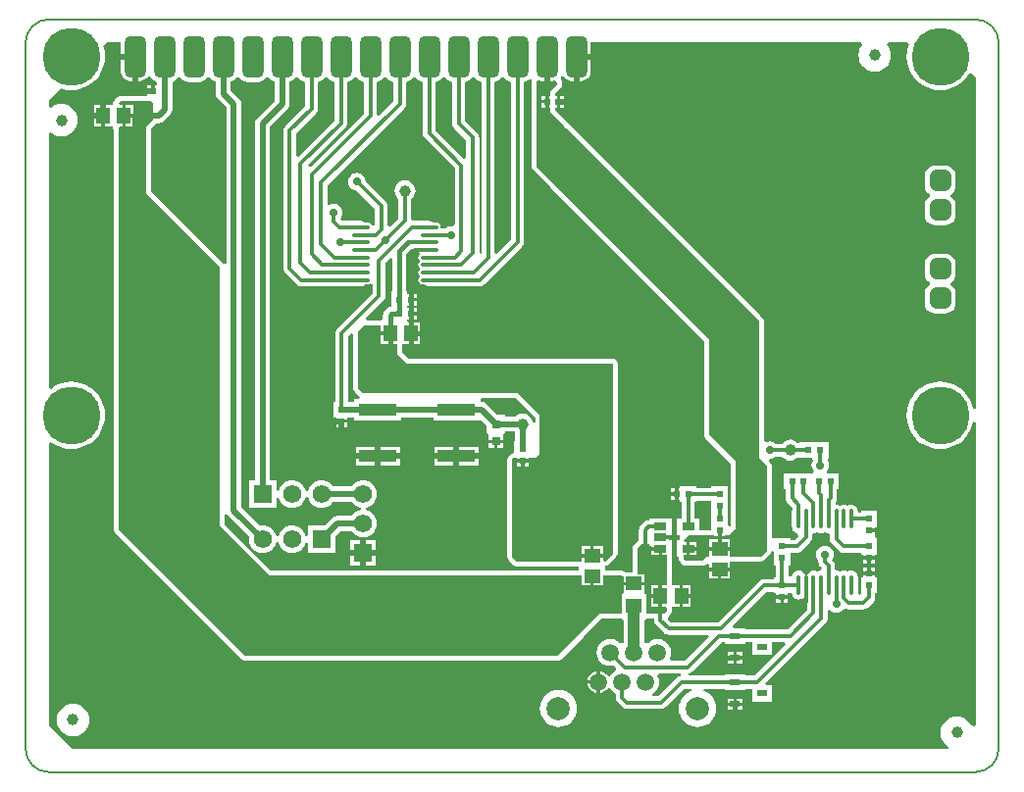
<source format=gbl>
G04 Layer_Physical_Order=2*
G04 Layer_Color=16711680*
%FSAX44Y44*%
%MOMM*%
G71*
G01*
G75*
%ADD10C,0.2000*%
%ADD11R,1.5750X1.5750*%
%ADD12C,1.5750*%
%ADD13R,1.5750X1.5750*%
%ADD14C,5.0000*%
G04:AMPARAMS|DCode=15|XSize=1.8mm|YSize=3.6mm|CornerRadius=0.45mm|HoleSize=0mm|Usage=FLASHONLY|Rotation=0.000|XOffset=0mm|YOffset=0mm|HoleType=Round|Shape=RoundedRectangle|*
%AMROUNDEDRECTD15*
21,1,1.8000,2.7000,0,0,0.0*
21,1,0.9000,3.6000,0,0,0.0*
1,1,0.9000,0.4500,-1.3500*
1,1,0.9000,-0.4500,-1.3500*
1,1,0.9000,-0.4500,1.3500*
1,1,0.9000,0.4500,1.3500*
%
%ADD15ROUNDEDRECTD15*%
G04:AMPARAMS|DCode=16|XSize=1.8mm|YSize=1.8mm|CornerRadius=0.45mm|HoleSize=0mm|Usage=FLASHONLY|Rotation=0.000|XOffset=0mm|YOffset=0mm|HoleType=Round|Shape=RoundedRectangle|*
%AMROUNDEDRECTD16*
21,1,1.8000,0.9000,0,0,0.0*
21,1,0.9000,1.8000,0,0,0.0*
1,1,0.9000,0.4500,-0.4500*
1,1,0.9000,-0.4500,-0.4500*
1,1,0.9000,-0.4500,0.4500*
1,1,0.9000,0.4500,0.4500*
%
%ADD16ROUNDEDRECTD16*%
%ADD17C,6.0000*%
%ADD18C,2.0000*%
%ADD19C,1.5000*%
%ADD20C,0.7000*%
%ADD21R,1.3500X1.2000*%
%ADD22C,1.0000*%
%ADD23R,0.6000X0.6000*%
%ADD24R,0.6000X0.6000*%
%ADD25O,0.3500X1.7000*%
%ADD26R,0.9000X0.6000*%
%ADD27R,3.2000X1.0000*%
%ADD28R,0.8000X0.8000*%
%ADD29R,1.2000X1.4000*%
%ADD30O,1.5000X0.4000*%
%ADD31R,1.1000X0.6500*%
%ADD32R,1.4500X1.2500*%
%ADD33R,1.4000X1.2000*%
%ADD34C,0.5000*%
%ADD35C,0.4000*%
%ADD36C,0.3000*%
%ADD37C,1.0000*%
G36*
X00413174Y00599693D02*
X00414138Y00598438D01*
X00415913Y00597075D01*
X00417981Y00596219D01*
X00419153Y00596065D01*
Y00459998D01*
X00406695Y00447541D01*
X00404847Y00448306D01*
Y00596065D01*
X00406019Y00596219D01*
X00408087Y00597075D01*
X00409862Y00598438D01*
X00410826Y00599693D01*
X00411463Y00599863D01*
X00412537D01*
X00413174Y00599693D01*
D02*
G37*
G36*
X00387774D02*
X00388738Y00598438D01*
X00390513Y00597075D01*
X00392581Y00596219D01*
X00393753Y00596065D01*
Y00448024D01*
X00393498Y00447882D01*
X00391548Y00449082D01*
Y00548000D01*
X00391358Y00549436D01*
X00391129Y00549990D01*
X00390804Y00550774D01*
X00389923Y00551923D01*
X00379448Y00562398D01*
Y00596065D01*
X00380619Y00596219D01*
X00382687Y00597075D01*
X00384462Y00598438D01*
X00385426Y00599693D01*
X00386063Y00599863D01*
X00387137D01*
X00387774Y00599693D01*
D02*
G37*
G36*
X00656260Y00110105D02*
X00629202Y00083047D01*
X00621000D01*
Y00084500D01*
X00604000D01*
Y00083047D01*
X00572351D01*
X00572220Y00085047D01*
X00572936Y00085142D01*
X00574274Y00085696D01*
X00575423Y00086577D01*
X00600798Y00111953D01*
X00604000D01*
Y00110500D01*
X00621000D01*
Y00111953D01*
X00627000D01*
Y00101000D01*
X00644000D01*
Y00111953D01*
X00655494D01*
X00656260Y00110105D01*
D02*
G37*
G36*
X00437260Y00597756D02*
X00437232Y00597714D01*
X00437158Y00597341D01*
X00437009Y00596992D01*
X00437004Y00596568D01*
X00436922Y00596153D01*
Y00523000D01*
X00437232Y00521439D01*
X00438116Y00520116D01*
X00438116Y00520116D01*
X00453116Y00505116D01*
X00453116Y00505116D01*
X00585922Y00372311D01*
Y00302000D01*
Y00291250D01*
X00585922Y00291250D01*
X00586232Y00289689D01*
X00587116Y00288366D01*
X00587116Y00288366D01*
X00608116Y00267366D01*
X00608116Y00267366D01*
X00608922Y00266561D01*
Y00214000D01*
Y00212720D01*
X00607775Y00211802D01*
X00606000Y00212860D01*
Y00223000D01*
Y00233000D01*
Y00247000D01*
X00592000D01*
Y00245547D01*
X00579000D01*
Y00247000D01*
X00565000D01*
Y00245000D01*
X00563500D01*
Y00240000D01*
Y00235000D01*
X00565000D01*
Y00233000D01*
X00566453D01*
Y00219250D01*
X00562500D01*
Y00204750D01*
X00564459D01*
X00565023Y00203315D01*
X00565055Y00202750D01*
X00564967Y00202669D01*
X00564757Y00202222D01*
X00564482Y00201811D01*
X00564422Y00201508D01*
X00564291Y00201229D01*
X00564268Y00200735D01*
X00564172Y00200250D01*
X00562500D01*
Y00185750D01*
X00563761D01*
X00563797Y00185481D01*
Y00184954D01*
X00563900Y00184436D01*
X00564000Y00184336D01*
Y00183689D01*
X00564310Y00182129D01*
X00565194Y00180806D01*
X00566769Y00179231D01*
X00568092Y00178347D01*
X00569652Y00178037D01*
X00573947D01*
X00584365Y00178037D01*
X00584365D01*
X00584365D01*
X00585926Y00178347D01*
X00587249Y00179231D01*
X00587249Y00179231D01*
X00588000Y00179982D01*
X00590000Y00179154D01*
Y00176500D01*
X00608000D01*
Y00181922D01*
X00635000D01*
X00635000Y00181922D01*
X00636561Y00182232D01*
X00637884Y00183116D01*
X00642884Y00188116D01*
X00643768Y00189439D01*
X00644000Y00190606D01*
X00646000Y00190409D01*
Y00178000D01*
X00647453D01*
Y00168250D01*
X00646000D01*
Y00166797D01*
X00637671D01*
X00636235Y00166608D01*
X00634897Y00166054D01*
X00633748Y00165173D01*
X00598123Y00129547D01*
X00557298D01*
X00554933Y00131912D01*
X00554838Y00132067D01*
X00554971Y00134703D01*
X00556521Y00136254D01*
X00556745Y00136588D01*
X00557029Y00136872D01*
X00557239Y00137186D01*
X00557393Y00137557D01*
X00557406Y00137577D01*
X00557410Y00137600D01*
X00557676Y00138243D01*
X00557690Y00138262D01*
X00557694Y00138285D01*
X00557848Y00138656D01*
X00557922Y00139027D01*
X00557922Y00139429D01*
X00558000Y00139823D01*
Y00141000D01*
Y00141000D01*
Y00141000D01*
X00558000D01*
X00558000Y00143000D01*
X00564500D01*
Y00152000D01*
Y00161000D01*
X00559837D01*
X00559833D01*
X00559806D01*
X00558078Y00161000D01*
X00558078Y00162574D01*
D01*
Y00187750D01*
X00557768Y00189311D01*
X00557500Y00189712D01*
Y00200250D01*
X00555500D01*
Y00201000D01*
X00548000D01*
Y00204000D01*
X00555500D01*
Y00204750D01*
X00557500D01*
Y00219250D01*
X00538500D01*
Y00217547D01*
X00538000D01*
X00536564Y00217358D01*
X00535226Y00216804D01*
X00534077Y00215923D01*
X00531077Y00212923D01*
X00530196Y00211774D01*
X00529642Y00210436D01*
X00529453Y00209000D01*
Y00200109D01*
X00529116Y00199884D01*
X00529116Y00199884D01*
X00525116Y00195884D01*
X00524232Y00194561D01*
X00523922Y00193000D01*
X00523922Y00193000D01*
Y00172749D01*
X00517648D01*
X00517647Y00172749D01*
X00517171Y00173067D01*
X00517171Y00173067D01*
X00517171Y00173067D01*
X00516115Y00173505D01*
X00516095Y00173518D01*
X00516072Y00173522D01*
X00515701Y00173676D01*
X00515330Y00173750D01*
X00514928Y00173750D01*
X00514534Y00173828D01*
X00500250D01*
Y00178004D01*
X00501811Y00178314D01*
X00503134Y00179198D01*
X00503134Y00179198D01*
X00509884Y00185948D01*
X00510768Y00187271D01*
X00511078Y00188832D01*
X00511078Y00188832D01*
X00511078Y00353000D01*
X00510768Y00354561D01*
X00509884Y00355884D01*
X00508561Y00356768D01*
X00507000Y00357078D01*
X00330689Y00357078D01*
X00325078Y00362689D01*
Y00370000D01*
X00331000D01*
Y00379000D01*
Y00388054D01*
X00329500Y00389000D01*
Y00391000D01*
X00331000D01*
Y00396000D01*
Y00401000D01*
X00329500D01*
Y00403000D01*
X00331000D01*
Y00408000D01*
Y00413000D01*
X00329500D01*
Y00415000D01*
X00328552D01*
Y00447243D01*
X00333261Y00451953D01*
X00338140D01*
X00338922Y00451000D01*
X00339232Y00449439D01*
X00340116Y00448116D01*
Y00447384D01*
X00339232Y00446061D01*
X00338922Y00444500D01*
X00339232Y00442939D01*
X00340116Y00441616D01*
Y00440884D01*
X00339232Y00439561D01*
X00338922Y00438000D01*
X00339232Y00436439D01*
X00340116Y00435116D01*
Y00434384D01*
X00339232Y00433061D01*
X00338922Y00431500D01*
X00339232Y00429939D01*
X00340116Y00428616D01*
Y00427884D01*
X00339232Y00426561D01*
X00338922Y00425000D01*
X00339232Y00423439D01*
X00340116Y00422116D01*
X00341439Y00421232D01*
X00343000Y00420922D01*
X00344780D01*
X00345726Y00420196D01*
X00347064Y00419642D01*
X00348500Y00419453D01*
X00392000D01*
X00393436Y00419642D01*
X00394774Y00420196D01*
X00395923Y00421077D01*
X00428623Y00453777D01*
X00429504Y00454926D01*
X00430058Y00456264D01*
X00430247Y00457700D01*
Y00596065D01*
X00431419Y00596219D01*
X00433487Y00597075D01*
X00435262Y00598438D01*
X00435634Y00598922D01*
X00437260Y00597756D01*
D02*
G37*
G36*
X00286174Y00599693D02*
X00287138Y00598438D01*
X00288913Y00597075D01*
X00290981Y00596219D01*
X00292153Y00596065D01*
Y00568998D01*
X00245988Y00522833D01*
X00243818Y00523492D01*
X00243738Y00523893D01*
X00276223Y00556377D01*
X00277104Y00557526D01*
X00277658Y00558864D01*
X00277847Y00560300D01*
Y00596065D01*
X00279019Y00596219D01*
X00281087Y00597075D01*
X00282862Y00598438D01*
X00283826Y00599693D01*
X00284463Y00599863D01*
X00285537D01*
X00286174Y00599693D01*
D02*
G37*
G36*
X00362374D02*
X00363338Y00598438D01*
X00365113Y00597075D01*
X00367181Y00596219D01*
X00368353Y00596065D01*
Y00560100D01*
X00368542Y00558664D01*
X00369096Y00557326D01*
X00369977Y00556177D01*
X00380453Y00545702D01*
Y00530221D01*
X00378453Y00529393D01*
X00354048Y00553798D01*
Y00596065D01*
X00355219Y00596219D01*
X00357287Y00597075D01*
X00359062Y00598438D01*
X00360026Y00599693D01*
X00360663Y00599863D01*
X00361737D01*
X00362374Y00599693D01*
D02*
G37*
G36*
X00336974D02*
X00337938Y00598438D01*
X00339713Y00597075D01*
X00341781Y00596219D01*
X00342953Y00596065D01*
Y00551500D01*
X00343142Y00550064D01*
X00343696Y00548726D01*
X00344577Y00547577D01*
X00370453Y00521702D01*
Y00472578D01*
X00368453Y00471373D01*
X00367000Y00471565D01*
X00365042Y00471307D01*
X00363218Y00470551D01*
X00361909Y00469547D01*
X00358860D01*
X00358078Y00470500D01*
X00357768Y00472061D01*
X00356884Y00473384D01*
X00355561Y00474268D01*
X00354000Y00474578D01*
X00352220D01*
X00351274Y00475304D01*
X00349936Y00475858D01*
X00348500Y00476047D01*
X00334948D01*
X00333500Y00476048D01*
X00333047Y00478005D01*
Y00494912D01*
X00333919Y00495581D01*
X00335362Y00497461D01*
X00336268Y00499650D01*
X00336578Y00502000D01*
X00336268Y00504350D01*
X00335362Y00506539D01*
X00333919Y00508419D01*
X00332039Y00509861D01*
X00329850Y00510768D01*
X00327500Y00511078D01*
X00325150Y00510768D01*
X00322961Y00509861D01*
X00321081Y00508419D01*
X00319639Y00506539D01*
X00318732Y00504350D01*
X00318422Y00502000D01*
X00318732Y00499650D01*
X00319639Y00497461D01*
X00321081Y00495581D01*
X00321953Y00494912D01*
Y00478298D01*
X00314548Y00470893D01*
X00312547Y00471721D01*
Y00489000D01*
X00312358Y00490436D01*
X00311804Y00491774D01*
X00310923Y00492923D01*
X00293522Y00510323D01*
X00293307Y00511958D01*
X00292551Y00513782D01*
X00291349Y00515349D01*
X00289782Y00516551D01*
X00287958Y00517307D01*
X00286000Y00517565D01*
X00284042Y00517307D01*
X00282218Y00516551D01*
X00280651Y00515349D01*
X00279449Y00513782D01*
X00278693Y00511958D01*
X00278435Y00510000D01*
X00278693Y00508042D01*
X00279449Y00506218D01*
X00280651Y00504651D01*
X00282218Y00503449D01*
X00284042Y00502693D01*
X00285677Y00502478D01*
X00301453Y00486702D01*
Y00472849D01*
X00300753Y00472331D01*
X00300419Y00472285D01*
X00298213Y00472892D01*
X00297884Y00473384D01*
X00296561Y00474268D01*
X00295000Y00474578D01*
X00293220D01*
X00292274Y00475304D01*
X00290936Y00475858D01*
X00289500Y00476047D01*
X00273298D01*
X00271548Y00477798D01*
Y00477910D01*
X00272551Y00479218D01*
X00273307Y00481042D01*
X00273565Y00483000D01*
X00273307Y00484958D01*
X00272551Y00486782D01*
X00271349Y00488349D01*
X00269782Y00489551D01*
X00267958Y00490307D01*
X00266000Y00490565D01*
X00264042Y00490307D01*
X00262547Y00489688D01*
X00261422Y00490141D01*
X00260548Y00490791D01*
Y00506702D01*
X00327023Y00573177D01*
X00327904Y00574326D01*
X00328458Y00575664D01*
X00328647Y00577100D01*
Y00596065D01*
X00329819Y00596219D01*
X00331887Y00597075D01*
X00333662Y00598438D01*
X00334626Y00599693D01*
X00335263Y00599863D01*
X00336337D01*
X00336974Y00599693D01*
D02*
G37*
G36*
X00542453Y00131000D02*
X00542642Y00129564D01*
X00543196Y00128226D01*
X00544077Y00127077D01*
X00551077Y00120077D01*
X00552226Y00119196D01*
X00553564Y00118642D01*
X00555000Y00118453D01*
X00588994D01*
X00589760Y00116605D01*
X00569202Y00096047D01*
X00556805D01*
X00555813Y00098048D01*
X00556704Y00100198D01*
X00557099Y00103200D01*
X00556704Y00106202D01*
X00555545Y00109000D01*
X00553702Y00111402D01*
X00551300Y00113245D01*
X00548502Y00114404D01*
X00545500Y00114799D01*
X00542498Y00114404D01*
X00539700Y00113245D01*
X00537298Y00111402D01*
X00534917Y00111448D01*
X00534178Y00112107D01*
Y00130715D01*
X00535850Y00132422D01*
X00542453D01*
Y00131000D01*
D02*
G37*
G36*
X00646000Y00154250D02*
X00648000D01*
Y00152750D01*
X00658000D01*
Y00154250D01*
X00660000D01*
X00661633Y00153364D01*
X00661648Y00153249D01*
X00662227Y00151850D01*
X00663149Y00150649D01*
X00664350Y00149727D01*
X00665749Y00149148D01*
X00667250Y00148950D01*
X00668751Y00149148D01*
X00670150Y00149727D01*
X00671351Y00150649D01*
X00671957Y00151438D01*
X00672287Y00151218D01*
X00673750Y00150927D01*
X00674703Y00150145D01*
Y00139548D01*
X00658202Y00123047D01*
X00621000D01*
Y00124500D01*
X00611379D01*
X00610614Y00126348D01*
X00639969Y00155703D01*
X00646000D01*
Y00154250D01*
D02*
G37*
G36*
X00592000Y00233000D02*
Y00223000D01*
Y00212000D01*
Y00208828D01*
X00581500D01*
Y00219250D01*
X00577547D01*
Y00233000D01*
X00579000D01*
Y00234453D01*
X00592000D01*
Y00233000D01*
D02*
G37*
G36*
X00306500Y00380500D02*
X00314500D01*
Y00379000D01*
X00316000D01*
Y00370000D01*
X00321000D01*
Y00361000D01*
X00325000Y00357000D01*
X00329000Y00353000D01*
X00507000Y00353000D01*
X00507000Y00188832D01*
X00500250Y00182082D01*
X00498250Y00182910D01*
Y00185250D01*
X00479750D01*
Y00181287D01*
X00424463D01*
X00420000Y00185750D01*
Y00197000D01*
Y00270000D01*
X00421000Y00271000D01*
X00424000D01*
Y00270250D01*
X00434000D01*
Y00271000D01*
X00440000D01*
X00444000Y00275000D01*
X00444000Y00308000D01*
X00425000Y00327000D01*
X00415000Y00327000D01*
X00291000D01*
X00287000Y00331000D01*
Y00346000D01*
Y00380500D01*
X00292500Y00386000D01*
X00306500D01*
Y00380500D01*
D02*
G37*
G36*
X00653581Y00271581D02*
X00655461Y00270139D01*
X00657651Y00269232D01*
X00660000Y00268922D01*
X00662349Y00269232D01*
X00664539Y00270139D01*
X00666419Y00271581D01*
X00668644Y00271336D01*
X00669000Y00271000D01*
Y00271000D01*
X00678630D01*
X00679616Y00269000D01*
X00679449Y00268782D01*
X00678693Y00266958D01*
X00678435Y00265000D01*
X00678693Y00263042D01*
X00679449Y00261218D01*
X00680383Y00260000D01*
X00680025Y00258740D01*
X00679517Y00258000D01*
X00654671D01*
Y00244000D01*
X00656124D01*
Y00236329D01*
X00656313Y00234893D01*
X00656867Y00233555D01*
X00657748Y00232406D01*
X00661703Y00228452D01*
Y00226883D01*
X00661648Y00226751D01*
X00661451Y00225250D01*
Y00211750D01*
X00661648Y00210249D01*
X00662227Y00208850D01*
X00663149Y00207649D01*
X00664350Y00206727D01*
X00665749Y00206148D01*
X00666390Y00206064D01*
X00667171Y00204016D01*
X00663702Y00200547D01*
X00660000D01*
Y00202000D01*
X00646000D01*
X00646000Y00202000D01*
Y00202000D01*
X00644078Y00202189D01*
Y00264500D01*
X00644078Y00264500D01*
X00643768Y00266061D01*
X00642884Y00267384D01*
X00642884Y00267384D01*
X00641797Y00268470D01*
X00641985Y00269398D01*
X00642607Y00270489D01*
X00644153Y00270693D01*
X00645978Y00271449D01*
X00647286Y00272453D01*
X00652913D01*
X00653581Y00271581D01*
D02*
G37*
G36*
X00235374Y00599693D02*
X00236338Y00598438D01*
X00238113Y00597075D01*
X00240181Y00596219D01*
X00241353Y00596065D01*
Y00575198D01*
X00224077Y00557923D01*
X00223196Y00556774D01*
X00222642Y00555436D01*
X00222453Y00554000D01*
Y00435000D01*
X00222642Y00433564D01*
X00223196Y00432226D01*
X00224077Y00431077D01*
X00234077Y00421077D01*
X00235226Y00420196D01*
X00236564Y00419642D01*
X00238000Y00419453D01*
X00289500D01*
X00290936Y00419642D01*
X00292274Y00420196D01*
X00293220Y00420922D01*
X00295000D01*
X00296561Y00421232D01*
X00297453Y00421828D01*
X00298967Y00421306D01*
X00299453Y00420942D01*
Y00413298D01*
X00269077Y00382923D01*
X00268196Y00381774D01*
X00267642Y00380436D01*
X00267453Y00379000D01*
Y00320000D01*
X00266000D01*
Y00306000D01*
X00268000D01*
Y00304500D01*
X00278000D01*
Y00306000D01*
X00280000D01*
Y00306444D01*
X00284000D01*
Y00304000D01*
X00324000D01*
Y00306444D01*
X00352000D01*
Y00304000D01*
X00392000D01*
X00392000Y00304000D01*
Y00304000D01*
X00393811Y00303418D01*
X00398000Y00299228D01*
Y00292500D01*
X00398414D01*
X00400000Y00291500D01*
X00400000Y00290500D01*
Y00287000D01*
X00412000D01*
Y00290500D01*
X00412000Y00291500D01*
X00413586Y00292500D01*
X00414000D01*
Y00293944D01*
X00422444D01*
Y00285750D01*
X00422000D01*
Y00276632D01*
X00421000Y00275078D01*
X00419439Y00274768D01*
X00418116Y00273884D01*
X00418116Y00273884D01*
X00417116Y00272884D01*
X00416232Y00271561D01*
X00415922Y00270000D01*
X00415922Y00270000D01*
Y00197000D01*
Y00185750D01*
X00415922Y00185750D01*
X00416232Y00184189D01*
X00417116Y00182866D01*
X00417116Y00182866D01*
X00421579Y00178403D01*
X00421579Y00178403D01*
X00422902Y00177519D01*
X00424463Y00177208D01*
X00424463Y00177209D01*
X00477750D01*
Y00173828D01*
X00211939D01*
X00211689Y00174078D01*
X00211689Y00174078D01*
X00200884Y00184884D01*
X00200884Y00184884D01*
X00186189Y00199579D01*
X00172078Y00213689D01*
Y00222160D01*
X00174072Y00222572D01*
X00175114Y00221214D01*
X00192921Y00203407D01*
X00192897Y00203328D01*
X00192668Y00201000D01*
X00192897Y00198672D01*
X00193576Y00196434D01*
X00194679Y00194371D01*
X00196162Y00192563D01*
X00197971Y00191079D01*
X00200034Y00189976D01*
X00202272Y00189297D01*
X00204600Y00189068D01*
X00206928Y00189297D01*
X00209166Y00189976D01*
X00211229Y00191079D01*
X00213037Y00192563D01*
X00214522Y00194371D01*
X00215624Y00196434D01*
X00216303Y00198672D01*
X00218297D01*
X00218976Y00196434D01*
X00220079Y00194371D01*
X00221562Y00192563D01*
X00223371Y00191079D01*
X00225434Y00189976D01*
X00227672Y00189297D01*
X00230000Y00189068D01*
X00232328Y00189297D01*
X00234566Y00189976D01*
X00236629Y00191079D01*
X00238438Y00192563D01*
X00239921Y00194371D01*
X00241024Y00196434D01*
X00241525Y00198085D01*
X00243525Y00197788D01*
Y00189125D01*
X00267275D01*
Y00203603D01*
X00271716Y00208044D01*
X00281539D01*
X00281579Y00207971D01*
X00283062Y00206162D01*
X00284871Y00204679D01*
X00286934Y00203576D01*
X00289172Y00202897D01*
X00291500Y00202668D01*
X00293828Y00202897D01*
X00296066Y00203576D01*
X00298129Y00204679D01*
X00299937Y00206162D01*
X00301422Y00207971D01*
X00302524Y00210034D01*
X00303203Y00212272D01*
X00303433Y00214600D01*
X00303203Y00216928D01*
X00302524Y00219166D01*
X00301422Y00221229D01*
X00299937Y00223037D01*
X00298129Y00224522D01*
X00296066Y00225624D01*
X00293828Y00226303D01*
Y00228297D01*
X00296066Y00228976D01*
X00298129Y00230079D01*
X00299937Y00231562D01*
X00301422Y00233371D01*
X00302524Y00235434D01*
X00303203Y00237672D01*
X00303433Y00240000D01*
X00303203Y00242328D01*
X00302524Y00244566D01*
X00301422Y00246629D01*
X00299937Y00248438D01*
X00298129Y00249921D01*
X00296066Y00251024D01*
X00293828Y00251703D01*
X00291500Y00251933D01*
X00289172Y00251703D01*
X00286934Y00251024D01*
X00284871Y00249921D01*
X00283062Y00248438D01*
X00281579Y00246629D01*
X00281539Y00246556D01*
X00265361D01*
X00265322Y00246629D01*
X00263838Y00248438D01*
X00262029Y00249921D01*
X00259966Y00251024D01*
X00257728Y00251703D01*
X00255400Y00251933D01*
X00253072Y00251703D01*
X00250834Y00251024D01*
X00248771Y00249921D01*
X00246963Y00248438D01*
X00245479Y00246629D01*
X00244376Y00244566D01*
X00243697Y00242328D01*
X00241703D01*
X00241024Y00244566D01*
X00239921Y00246629D01*
X00238438Y00248438D01*
X00236629Y00249921D01*
X00234566Y00251024D01*
X00232328Y00251703D01*
X00230000Y00251933D01*
X00227672Y00251703D01*
X00225434Y00251024D01*
X00223371Y00249921D01*
X00221562Y00248438D01*
X00220079Y00246629D01*
X00218976Y00244566D01*
X00218475Y00242915D01*
X00216475Y00243212D01*
Y00251875D01*
X00211156D01*
Y00557384D01*
X00226136Y00572364D01*
X00227178Y00573722D01*
X00227833Y00575303D01*
X00228056Y00577000D01*
Y00596197D01*
X00228219Y00596219D01*
X00230287Y00597075D01*
X00232062Y00598438D01*
X00233026Y00599693D01*
X00233663Y00599863D01*
X00234737D01*
X00235374Y00599693D01*
D02*
G37*
G36*
X00316448Y00442990D02*
Y00415000D01*
X00315500D01*
Y00401986D01*
X00314434Y00401846D01*
X00313579Y00401491D01*
X00312974Y00401241D01*
X00311721Y00400279D01*
X00310221Y00398779D01*
X00309259Y00397526D01*
X00309009Y00396921D01*
X00308654Y00396066D01*
X00308448Y00394500D01*
Y00391184D01*
X00306500Y00390078D01*
X00294752D01*
X00293924Y00392078D01*
X00308923Y00407077D01*
X00309804Y00408226D01*
X00310358Y00409564D01*
X00310548Y00411000D01*
Y00439702D01*
X00314601Y00443755D01*
X00316448Y00442990D01*
D02*
G37*
G36*
X00110000Y00578000D02*
Y00571000D01*
Y00563000D01*
X00104171Y00557171D01*
X00104158Y00557158D01*
Y00557158D01*
X00104000Y00557000D01*
X00104000Y00555311D01*
X00104000Y00555311D01*
Y00533000D01*
Y00501689D01*
Y00500000D01*
X00128000Y00476000D01*
X00128000Y00476000D01*
X00167716Y00436284D01*
X00167926Y00435969D01*
X00168000Y00435598D01*
X00168000D01*
X00168000Y00435598D01*
Y00213689D01*
Y00212000D01*
X00183305Y00196695D01*
X00198000Y00182000D01*
X00198000Y00182000D01*
X00208805Y00171195D01*
X00208806Y00171194D01*
X00208806Y00171194D01*
X00210250Y00169750D01*
X00479750D01*
Y00161000D01*
X00487500D01*
Y00169250D01*
X00490500D01*
Y00161000D01*
X00498250D01*
Y00169750D01*
X00514534D01*
X00514905Y00169676D01*
X00515382Y00169358D01*
X00515753Y00169204D01*
X00516087Y00168981D01*
X00516350Y00168929D01*
Y00164249D01*
X00533850D01*
Y00169750D01*
Y00170749D01*
X00528000D01*
Y00193000D01*
X00532000Y00197000D01*
X00538500D01*
Y00195250D01*
X00540500D01*
Y00194500D01*
X00548000D01*
Y00193000D01*
X00549500D01*
Y00187750D01*
X00554000D01*
Y00161000D01*
X00549500D01*
Y00152000D01*
Y00143000D01*
X00552508D01*
X00553922Y00141586D01*
X00553922Y00141000D01*
X00553922Y00141000D01*
Y00139823D01*
X00553848Y00139452D01*
X00553638Y00139138D01*
X00551000Y00136500D01*
X00535850D01*
Y00152000D01*
Y00153749D01*
X00535436D01*
X00533850Y00154749D01*
D01*
Y00161249D01*
X00516350D01*
Y00154749D01*
X00514764Y00153749D01*
X00514350D01*
Y00136500D01*
X00497189D01*
X00497189Y00136500D01*
X00497189Y00136500D01*
X00495500D01*
X00478414Y00119414D01*
X00477000Y00118000D01*
X00477000Y00118000D01*
X00477000Y00118000D01*
X00459284Y00100284D01*
X00458969Y00100074D01*
X00458599Y00100000D01*
X00190401D01*
X00190031Y00100074D01*
X00189716Y00100284D01*
X00135000Y00155000D01*
X00080284Y00209716D01*
X00080074Y00210031D01*
X00080000Y00210402D01*
Y00556000D01*
X00080000Y00556000D01*
X00080000Y00556000D01*
Y00556586D01*
X00081414Y00558000D01*
X00083500D01*
Y00567000D01*
Y00576000D01*
X00081154D01*
X00080074Y00577969D01*
X00080284Y00578284D01*
X00081716Y00579716D01*
X00082031Y00579926D01*
X00082402Y00580000D01*
X00108000D01*
X00110000Y00578000D01*
D02*
G37*
G36*
X00423311Y00322922D02*
X00439922Y00306311D01*
X00439922Y00301816D01*
X00437922Y00301685D01*
X00437768Y00302850D01*
X00436861Y00305039D01*
X00435419Y00306919D01*
X00433539Y00308361D01*
X00431349Y00309268D01*
X00429000Y00309578D01*
X00426651Y00309268D01*
X00424461Y00308361D01*
X00422760Y00307056D01*
X00414000D01*
Y00308500D01*
X00407272D01*
X00398136Y00317636D01*
X00396778Y00318678D01*
X00395197Y00319333D01*
X00393500Y00319556D01*
X00393414D01*
X00392740Y00320231D01*
X00392986Y00322562D01*
X00393618Y00322922D01*
X00415000D01*
X00423311Y00322922D01*
D02*
G37*
G36*
X00282922Y00378248D02*
Y00346000D01*
Y00331000D01*
X00283232Y00329439D01*
X00284116Y00328116D01*
X00284116Y00328116D01*
X00288116Y00324116D01*
X00288290Y00324000D01*
X00287683Y00322000D01*
X00284000D01*
Y00319556D01*
X00280000D01*
Y00320000D01*
X00278547D01*
Y00376702D01*
X00280922Y00379076D01*
X00282922Y00378248D01*
D02*
G37*
G36*
X00452600Y00596935D02*
X00454600D01*
X00456558Y00597193D01*
X00457000Y00597376D01*
X00459000Y00596040D01*
Y00594000D01*
X00453000Y00588000D01*
Y00584000D01*
X00451500D01*
Y00579000D01*
Y00574000D01*
X00453000D01*
Y00570000D01*
X00465000Y00558000D01*
X00633000Y00390000D01*
Y00271500D01*
X00640000Y00264500D01*
Y00191000D01*
X00635000Y00186000D01*
X00608000D01*
Y00191500D01*
X00590000D01*
Y00186000D01*
X00588250D01*
X00584365Y00182115D01*
X00569652Y00182115D01*
X00568078Y00183689D01*
Y00184336D01*
X00568078Y00184336D01*
X00567797Y00185750D01*
X00567812Y00185985D01*
X00568453Y00187283D01*
X00568935Y00187750D01*
X00570500D01*
Y00193000D01*
Y00198250D01*
X00569697D01*
X00568348Y00199607D01*
X00568250Y00200250D01*
X00572750Y00204750D01*
X00594000D01*
Y00204000D01*
X00597500D01*
Y00209000D01*
X00600500D01*
Y00204000D01*
X00604000D01*
Y00204750D01*
X00607000D01*
X00613000Y00210750D01*
X00613000Y00214000D01*
Y00268250D01*
X00611000Y00270250D01*
X00590000Y00291250D01*
Y00302000D01*
Y00374000D01*
X00456000Y00508000D01*
X00441000Y00523000D01*
Y00596153D01*
X00443000Y00597459D01*
X00443642Y00597193D01*
X00445600Y00596935D01*
X00447600D01*
Y00618000D01*
X00452600D01*
Y00596935D01*
D02*
G37*
G36*
X00565280Y00082953D02*
X00564564Y00082858D01*
X00563226Y00082304D01*
X00562077Y00081423D01*
X00546202Y00065547D01*
X00540997D01*
X00540599Y00067547D01*
X00541100Y00067755D01*
X00543502Y00069598D01*
X00545345Y00072000D01*
X00546504Y00074798D01*
X00546899Y00077800D01*
X00546504Y00080802D01*
X00545613Y00082952D01*
X00546605Y00084953D01*
X00565149D01*
X00565280Y00082953D01*
D02*
G37*
G36*
X00159174Y00599693D02*
X00160138Y00598438D01*
X00161913Y00597075D01*
X00163981Y00596219D01*
X00164144Y00596197D01*
Y00585927D01*
X00164367Y00584230D01*
X00165022Y00582649D01*
X00166064Y00581291D01*
X00173194Y00574161D01*
Y00439703D01*
X00172870Y00439467D01*
X00172504Y00439276D01*
X00170600Y00439168D01*
X00130884Y00478884D01*
X00130884Y00478884D01*
X00108078Y00501689D01*
Y00533000D01*
Y00555311D01*
X00108078Y00555311D01*
X00112884Y00560116D01*
X00113103Y00560444D01*
X00115000D01*
X00116697Y00560667D01*
X00118278Y00561322D01*
X00119636Y00562364D01*
X00124636Y00567364D01*
X00125678Y00568722D01*
X00126333Y00570303D01*
X00126556Y00572000D01*
Y00581000D01*
X00127000D01*
Y00595000D01*
X00127753Y00596688D01*
X00128687Y00597075D01*
X00130462Y00598438D01*
X00131426Y00599693D01*
X00132063Y00599863D01*
X00133137D01*
X00133774Y00599693D01*
X00134738Y00598438D01*
X00136513Y00597075D01*
X00138581Y00596219D01*
X00140800Y00595927D01*
X00149800D01*
X00152019Y00596219D01*
X00154087Y00597075D01*
X00155862Y00598438D01*
X00156826Y00599693D01*
X00157463Y00599863D01*
X00158537D01*
X00159174Y00599693D01*
D02*
G37*
G36*
X00209974D02*
X00210938Y00598438D01*
X00212713Y00597075D01*
X00214781Y00596219D01*
X00214944Y00596197D01*
Y00579716D01*
X00199964Y00564736D01*
X00198922Y00563378D01*
X00198267Y00561797D01*
X00198044Y00560100D01*
Y00251875D01*
X00192725D01*
Y00228125D01*
X00216475D01*
Y00236788D01*
X00218475Y00237085D01*
X00218976Y00235434D01*
X00220079Y00233371D01*
X00221562Y00231562D01*
X00223371Y00230079D01*
X00225434Y00228976D01*
X00227672Y00228297D01*
X00230000Y00228068D01*
X00232328Y00228297D01*
X00234566Y00228976D01*
X00236629Y00230079D01*
X00238438Y00231562D01*
X00239921Y00233371D01*
X00241024Y00235434D01*
X00241703Y00237672D01*
X00243697D01*
X00244376Y00235434D01*
X00245479Y00233371D01*
X00246963Y00231562D01*
X00248771Y00230079D01*
X00250834Y00228976D01*
X00253072Y00228297D01*
X00255400Y00228068D01*
X00257728Y00228297D01*
X00259966Y00228976D01*
X00262029Y00230079D01*
X00263838Y00231562D01*
X00265322Y00233371D01*
X00265361Y00233444D01*
X00281539D01*
X00281579Y00233371D01*
X00283062Y00231562D01*
X00284871Y00230079D01*
X00286934Y00228976D01*
X00289172Y00228297D01*
Y00226303D01*
X00286934Y00225624D01*
X00284871Y00224522D01*
X00283062Y00223037D01*
X00281579Y00221229D01*
X00281539Y00221156D01*
X00269000D01*
X00267303Y00220933D01*
X00265722Y00220278D01*
X00264364Y00219236D01*
X00258003Y00212875D01*
X00243525D01*
Y00204212D01*
X00241525Y00203915D01*
X00241024Y00205566D01*
X00239921Y00207629D01*
X00238438Y00209438D01*
X00236629Y00210921D01*
X00234566Y00212024D01*
X00232328Y00212703D01*
X00230000Y00212932D01*
X00227672Y00212703D01*
X00225434Y00212024D01*
X00223371Y00210921D01*
X00221562Y00209438D01*
X00220079Y00207629D01*
X00218976Y00205566D01*
X00218297Y00203328D01*
X00216303D01*
X00215624Y00205566D01*
X00214522Y00207629D01*
X00213037Y00209438D01*
X00211229Y00210921D01*
X00209166Y00212024D01*
X00206928Y00212703D01*
X00204600Y00212932D01*
X00202272Y00212703D01*
X00202193Y00212679D01*
X00186306Y00228566D01*
Y00576877D01*
X00186083Y00578573D01*
X00185428Y00580155D01*
X00184386Y00581512D01*
X00177256Y00588642D01*
Y00596197D01*
X00177419Y00596219D01*
X00179487Y00597075D01*
X00181262Y00598438D01*
X00182226Y00599693D01*
X00182863Y00599863D01*
X00183937D01*
X00184574Y00599693D01*
X00185538Y00598438D01*
X00187313Y00597075D01*
X00189381Y00596219D01*
X00191600Y00595927D01*
X00200600D01*
X00202819Y00596219D01*
X00204887Y00597075D01*
X00206662Y00598438D01*
X00207626Y00599693D01*
X00208263Y00599863D01*
X00209337D01*
X00209974Y00599693D01*
D02*
G37*
G36*
X00762392Y00628337D02*
X00761834Y00626989D01*
X00760769Y00622551D01*
X00760410Y00618000D01*
X00760769Y00613449D01*
X00761834Y00609011D01*
X00763581Y00604794D01*
X00765966Y00600901D01*
X00768931Y00597430D01*
X00772402Y00594466D01*
X00776294Y00592081D01*
X00780511Y00590334D01*
X00784949Y00589268D01*
X00789500Y00588910D01*
X00794051Y00589268D01*
X00798489Y00590334D01*
X00802707Y00592081D01*
X00806599Y00594466D01*
X00810070Y00597430D01*
X00813034Y00600901D01*
X00814494Y00603284D01*
X00816480Y00603520D01*
X00820000Y00600000D01*
Y00313752D01*
X00818000Y00313515D01*
X00817166Y00316989D01*
X00815419Y00321206D01*
X00813034Y00325098D01*
X00810070Y00328569D01*
X00806599Y00331534D01*
X00802707Y00333919D01*
X00798489Y00335666D01*
X00794051Y00336731D01*
X00789500Y00337090D01*
X00784949Y00336731D01*
X00780511Y00335666D01*
X00776294Y00333919D01*
X00772402Y00331534D01*
X00768931Y00328569D01*
X00765966Y00325098D01*
X00763581Y00321206D01*
X00761834Y00316989D01*
X00760769Y00312551D01*
X00760410Y00308000D01*
X00760769Y00303449D01*
X00761834Y00299011D01*
X00763581Y00294794D01*
X00765966Y00290902D01*
X00768931Y00287430D01*
X00772402Y00284466D01*
X00776294Y00282081D01*
X00780511Y00280334D01*
X00784949Y00279268D01*
X00789500Y00278910D01*
X00794051Y00279268D01*
X00798489Y00280334D01*
X00802707Y00282081D01*
X00806599Y00284466D01*
X00810070Y00287430D01*
X00813034Y00290902D01*
X00815419Y00294794D01*
X00817166Y00299011D01*
X00818000Y00302485D01*
X00820000Y00302248D01*
Y00040394D01*
X00819970Y00040355D01*
X00818729Y00039378D01*
X00816713Y00039915D01*
X00815697Y00041816D01*
X00813947Y00043947D01*
X00811816Y00045697D01*
X00809383Y00046997D01*
X00806745Y00047797D01*
X00804000Y00048068D01*
X00801256Y00047797D01*
X00798617Y00046997D01*
X00796184Y00045697D01*
X00794053Y00043947D01*
X00792303Y00041816D01*
X00791003Y00039383D01*
X00790203Y00036744D01*
X00789932Y00034000D01*
X00790203Y00031256D01*
X00791003Y00028616D01*
X00792303Y00026184D01*
X00794053Y00024053D01*
X00796184Y00022303D01*
X00796751Y00022000D01*
X00796251Y00020000D01*
X00040000Y00020000D01*
X00020000Y00040000D01*
Y00284128D01*
X00021816Y00284966D01*
X00022402Y00284466D01*
X00026294Y00282081D01*
X00030511Y00280334D01*
X00034949Y00279268D01*
X00039500Y00278910D01*
X00044051Y00279268D01*
X00048489Y00280334D01*
X00052706Y00282081D01*
X00056599Y00284466D01*
X00060069Y00287430D01*
X00063034Y00290902D01*
X00065419Y00294794D01*
X00067166Y00299011D01*
X00068232Y00303449D01*
X00068590Y00308000D01*
X00068232Y00312551D01*
X00067166Y00316989D01*
X00065419Y00321206D01*
X00063034Y00325098D01*
X00060069Y00328569D01*
X00056599Y00331534D01*
X00052706Y00333919D01*
X00048489Y00335666D01*
X00044051Y00336731D01*
X00039500Y00337090D01*
X00034949Y00336731D01*
X00030511Y00335666D01*
X00026294Y00333919D01*
X00022402Y00331534D01*
X00021816Y00331034D01*
X00020000Y00331871D01*
Y00551329D01*
X00022000Y00552275D01*
X00023184Y00551303D01*
X00025617Y00550003D01*
X00028256Y00549203D01*
X00031000Y00548932D01*
X00033744Y00549203D01*
X00036384Y00550003D01*
X00038816Y00551303D01*
X00040947Y00553053D01*
X00042697Y00555184D01*
X00043997Y00557617D01*
X00044798Y00560256D01*
X00045068Y00563000D01*
X00044798Y00565745D01*
X00043997Y00568383D01*
X00042697Y00570816D01*
X00040947Y00572947D01*
X00038816Y00574697D01*
X00036384Y00575997D01*
X00033744Y00576797D01*
X00031000Y00577068D01*
X00028256Y00576797D01*
X00025617Y00575997D01*
X00023184Y00574697D01*
X00022000Y00573725D01*
X00020000Y00574671D01*
Y00580000D01*
X00030386Y00590386D01*
X00030511Y00590334D01*
X00034949Y00589268D01*
X00039500Y00588910D01*
X00044051Y00589268D01*
X00048489Y00590334D01*
X00052706Y00592081D01*
X00056599Y00594466D01*
X00060069Y00597430D01*
X00063034Y00600901D01*
X00065419Y00604794D01*
X00067166Y00609011D01*
X00068232Y00613449D01*
X00068590Y00618000D01*
X00068232Y00622551D01*
X00067166Y00626989D01*
X00067114Y00627114D01*
X00070000Y00630000D01*
X00082435D01*
Y00620500D01*
X00094500D01*
Y00618000D01*
X00097000D01*
Y00596935D01*
X00099000D01*
X00100958Y00597193D01*
X00102782Y00597949D01*
X00104349Y00599151D01*
X00105551Y00600718D01*
X00105576Y00600779D01*
X00107741D01*
X00107975Y00600213D01*
X00109338Y00598438D01*
X00111113Y00597075D01*
X00112148Y00596647D01*
X00113000Y00595000D01*
Y00593000D01*
X00111500D01*
Y00588000D01*
X00110000D01*
Y00586500D01*
X00105000D01*
Y00584078D01*
X00082402D01*
X00082008Y00584000D01*
X00081606D01*
X00081235Y00583926D01*
X00081235D01*
X00080864Y00583773D01*
X00080841Y00583768D01*
X00080822Y00583755D01*
X00080178Y00583489D01*
X00080155Y00583484D01*
X00080136Y00583471D01*
X00079765Y00583317D01*
X00079765Y00583317D01*
X00079450Y00583107D01*
X00079166Y00582823D01*
X00078832Y00582600D01*
X00077400Y00581168D01*
X00077177Y00580834D01*
X00076893Y00580550D01*
X00076683Y00580235D01*
X00076529Y00579864D01*
X00076516Y00579845D01*
X00076512Y00579822D01*
X00076445Y00579661D01*
X00076334Y00579448D01*
X00075000Y00578000D01*
X00075000D01*
X00075000Y00578000D01*
X00075000Y00576000D01*
X00073000Y00576000D01*
X00068500D01*
Y00567000D01*
Y00558000D01*
X00075000Y00558000D01*
X00075000Y00556000D01*
X00075000Y00556000D01*
X00075000Y00556000D01*
X00075922Y00554382D01*
Y00210402D01*
X00076000Y00210008D01*
Y00209606D01*
X00076074Y00209235D01*
Y00209235D01*
X00076228Y00208864D01*
X00076232Y00208841D01*
X00076245Y00208822D01*
X00076512Y00208178D01*
X00076516Y00208155D01*
X00076529Y00208136D01*
X00076683Y00207765D01*
X00076683Y00207765D01*
X00076893Y00207450D01*
X00077177Y00207166D01*
X00077400Y00206832D01*
X00132116Y00152116D01*
X00132116Y00152116D01*
X00186832Y00097400D01*
X00187166Y00097177D01*
X00187450Y00096893D01*
X00187765Y00096683D01*
X00188136Y00096529D01*
X00188155Y00096516D01*
X00188178Y00096511D01*
X00188821Y00096245D01*
X00188841Y00096232D01*
X00188864Y00096228D01*
X00189235Y00096074D01*
X00189606Y00096000D01*
X00190007Y00096000D01*
X00190401Y00095922D01*
X00458599D01*
X00458993Y00096000D01*
X00459394Y00096000D01*
X00459765Y00096074D01*
X00460136Y00096228D01*
X00460159Y00096232D01*
X00460179Y00096245D01*
X00460822Y00096511D01*
X00460845Y00096516D01*
X00460864Y00096529D01*
X00461235Y00096683D01*
X00461550Y00096893D01*
X00461834Y00097177D01*
X00462168Y00097400D01*
X00479884Y00115116D01*
X00479884Y00115117D01*
X00481298Y00116530D01*
X00481298Y00116530D01*
X00497189Y00132422D01*
X00497189Y00132422D01*
X00514350D01*
X00516022Y00130715D01*
Y00112107D01*
X00515283Y00111448D01*
X00512902Y00111402D01*
X00510500Y00113245D01*
X00507702Y00114404D01*
X00504700Y00114799D01*
X00501698Y00114404D01*
X00498900Y00113245D01*
X00496498Y00111402D01*
X00494655Y00109000D01*
X00493496Y00106202D01*
X00493101Y00103200D01*
X00493496Y00100198D01*
X00494655Y00097400D01*
X00496498Y00094998D01*
X00498900Y00093155D01*
X00501698Y00091996D01*
X00504700Y00091601D01*
X00507702Y00091996D01*
X00507954Y00092100D01*
X00510026Y00090029D01*
X00509636Y00088067D01*
X00509100Y00087845D01*
X00506698Y00086002D01*
X00504855Y00083600D01*
X00504700Y00083226D01*
X00504036Y00083004D01*
X00502457Y00083036D01*
X00501275Y00084575D01*
X00499291Y00086098D01*
X00496980Y00087056D01*
X00496000Y00087184D01*
Y00077800D01*
Y00068415D01*
X00496980Y00068545D01*
X00499291Y00069502D01*
X00501275Y00071024D01*
X00502457Y00072564D01*
X00504036Y00072596D01*
X00504700Y00072374D01*
X00504855Y00072000D01*
X00506698Y00069598D01*
X00509100Y00067755D01*
X00509353Y00067650D01*
Y00064100D01*
X00509542Y00062664D01*
X00510096Y00061326D01*
X00510977Y00060177D01*
X00515077Y00056077D01*
X00516226Y00055196D01*
X00517564Y00054642D01*
X00519000Y00054453D01*
X00548500D01*
X00549936Y00054642D01*
X00551274Y00055196D01*
X00552423Y00056077D01*
X00568298Y00071953D01*
X00574536D01*
X00574833Y00069953D01*
X00573848Y00069654D01*
X00571068Y00068168D01*
X00568632Y00066168D01*
X00566632Y00063732D01*
X00565146Y00060953D01*
X00564231Y00057937D01*
X00563923Y00054800D01*
X00564231Y00051663D01*
X00565146Y00048647D01*
X00566632Y00045868D01*
X00568632Y00043432D01*
X00571068Y00041432D01*
X00573848Y00039946D01*
X00576864Y00039032D01*
X00580000Y00038723D01*
X00583137Y00039032D01*
X00586153Y00039946D01*
X00588932Y00041432D01*
X00591368Y00043432D01*
X00593368Y00045868D01*
X00594854Y00048647D01*
X00595769Y00051663D01*
X00596077Y00054800D01*
X00595769Y00057937D01*
X00594854Y00060953D01*
X00593368Y00063732D01*
X00591368Y00066168D01*
X00588932Y00068168D01*
X00586153Y00069654D01*
X00585167Y00069953D01*
X00585464Y00071953D01*
X00604000D01*
Y00070500D01*
X00621000D01*
Y00071953D01*
X00627000D01*
Y00061000D01*
X00644000D01*
Y00075000D01*
X00639458D01*
X00638693Y00076848D01*
X00690673Y00128827D01*
X00691554Y00129976D01*
X00692109Y00131314D01*
X00692298Y00132750D01*
Y00139107D01*
X00694297Y00139786D01*
X00694401Y00139651D01*
X00695968Y00138449D01*
X00697792Y00137693D01*
X00699750Y00137435D01*
X00701708Y00137693D01*
X00703532Y00138449D01*
X00705099Y00139651D01*
X00705566Y00140259D01*
X00707630Y00141196D01*
X00708968Y00140642D01*
X00710404Y00140453D01*
X00723000D01*
X00724436Y00140642D01*
X00725774Y00141196D01*
X00726923Y00142077D01*
X00731923Y00147077D01*
X00732804Y00148226D01*
X00733359Y00149564D01*
X00733548Y00151000D01*
Y00154500D01*
X00735000D01*
Y00168500D01*
X00733000D01*
Y00170000D01*
X00723000D01*
Y00168500D01*
X00721000D01*
Y00154500D01*
X00721000D01*
X00721093Y00154215D01*
X00719907Y00152660D01*
X00719651Y00152661D01*
X00718474Y00154172D01*
X00718550Y00154750D01*
Y00168250D01*
X00718352Y00169751D01*
X00717773Y00171150D01*
X00716851Y00172351D01*
X00715650Y00173273D01*
X00714251Y00173852D01*
X00712750Y00174050D01*
X00711249Y00173852D01*
X00709850Y00173273D01*
X00709500Y00173004D01*
X00709150Y00173273D01*
X00707751Y00173852D01*
X00706250Y00174050D01*
X00704749Y00173852D01*
X00703350Y00173273D01*
X00703000Y00173004D01*
X00702650Y00173273D01*
X00701251Y00173852D01*
X00699750Y00174050D01*
X00698798Y00174885D01*
Y00178037D01*
X00698608Y00179473D01*
X00698054Y00180811D01*
X00697173Y00181959D01*
X00695841Y00183292D01*
X00696551Y00184218D01*
X00697307Y00186042D01*
X00697565Y00188000D01*
X00697307Y00189958D01*
X00696551Y00191782D01*
X00695349Y00193349D01*
X00693782Y00194551D01*
X00691958Y00195307D01*
X00690000Y00195565D01*
X00688042Y00195307D01*
X00686218Y00194551D01*
X00684651Y00193349D01*
X00683449Y00191782D01*
X00682693Y00189958D01*
X00682435Y00188000D01*
X00682693Y00186042D01*
X00683449Y00184218D01*
X00684453Y00182910D01*
Y00181287D01*
X00684642Y00179851D01*
X00685196Y00178513D01*
X00686077Y00177364D01*
X00687114Y00176327D01*
X00686921Y00174199D01*
X00686750Y00174050D01*
X00685249Y00173852D01*
X00683850Y00173273D01*
X00683500Y00173004D01*
X00683150Y00173273D01*
X00681751Y00173852D01*
X00680250Y00174050D01*
X00678749Y00173852D01*
X00677350Y00173273D01*
X00676149Y00172351D01*
X00675544Y00171562D01*
X00675250Y00171758D01*
Y00171180D01*
X00675227Y00171150D01*
X00674648Y00169751D01*
X00674450Y00168250D01*
Y00161500D01*
X00673050D01*
Y00168250D01*
X00672852Y00169751D01*
X00672273Y00171150D01*
X00672250Y00171180D01*
Y00171758D01*
X00671957Y00171562D01*
X00671351Y00172351D01*
X00670150Y00173273D01*
X00668751Y00173852D01*
X00667250Y00174050D01*
X00665749Y00173852D01*
X00664350Y00173273D01*
X00663149Y00172351D01*
X00662227Y00171150D01*
X00661648Y00169751D01*
X00659762Y00168912D01*
X00658548Y00169397D01*
Y00178000D01*
X00660000D01*
Y00189453D01*
X00666000D01*
X00667436Y00189642D01*
X00668774Y00190196D01*
X00669923Y00191077D01*
X00677673Y00198827D01*
X00678554Y00199976D01*
X00679109Y00201314D01*
X00679297Y00202750D01*
Y00205115D01*
X00680250Y00205950D01*
X00681751Y00206148D01*
X00683150Y00206727D01*
X00683500Y00206996D01*
X00683850Y00206727D01*
X00685249Y00206148D01*
X00686750Y00205950D01*
X00688251Y00206148D01*
X00689650Y00206727D01*
X00690000Y00206996D01*
X00690350Y00206727D01*
X00691749Y00206148D01*
X00693250Y00205950D01*
X00694203Y00205115D01*
Y00201250D01*
X00694392Y00199814D01*
X00694946Y00198476D01*
X00695827Y00197327D01*
X00702077Y00191077D01*
X00703226Y00190196D01*
X00704564Y00189642D01*
X00706000Y00189453D01*
X00721000D01*
Y00188000D01*
X00723000D01*
Y00186500D01*
X00733000D01*
Y00188000D01*
X00735000D01*
Y00202000D01*
X00734207D01*
X00733000Y00203500D01*
Y00207000D01*
X00728000D01*
Y00210000D01*
X00733000D01*
Y00211500D01*
X00735000D01*
Y00225500D01*
X00721000D01*
Y00224047D01*
X00718550D01*
Y00225250D01*
X00718352Y00226751D01*
X00717773Y00228150D01*
X00716851Y00229351D01*
X00715650Y00230273D01*
X00714251Y00230852D01*
X00712750Y00231050D01*
X00711249Y00230852D01*
X00709850Y00230273D01*
X00709500Y00230004D01*
X00709150Y00230273D01*
X00707751Y00230852D01*
X00706250Y00231050D01*
X00704749Y00230852D01*
X00703350Y00230273D01*
X00703000Y00230004D01*
X00702650Y00230273D01*
X00701251Y00230852D01*
X00699750Y00231050D01*
X00699520Y00231251D01*
X00698923Y00233077D01*
X00699804Y00234226D01*
X00700359Y00235564D01*
X00700547Y00237000D01*
Y00244000D01*
X00702000D01*
Y00258000D01*
X00692483D01*
X00691975Y00258740D01*
X00691617Y00260000D01*
X00692551Y00261218D01*
X00693307Y00263042D01*
X00693565Y00265000D01*
X00693307Y00266958D01*
X00692551Y00268782D01*
X00692384Y00269000D01*
X00693000Y00271000D01*
X00693000D01*
Y00285000D01*
X00669000D01*
Y00285000D01*
X00668644Y00284664D01*
X00666419Y00284419D01*
X00664539Y00285861D01*
X00662349Y00286768D01*
X00660000Y00287078D01*
X00657651Y00286768D01*
X00655461Y00285861D01*
X00653581Y00284419D01*
X00652913Y00283547D01*
X00647286D01*
X00645978Y00284551D01*
X00644153Y00285307D01*
X00642196Y00285565D01*
X00640238Y00285307D01*
X00639078Y00284827D01*
X00637078Y00285830D01*
Y00390000D01*
X00636768Y00391561D01*
X00635884Y00392884D01*
X00635884Y00392884D01*
X00467884Y00560884D01*
X00467884Y00560884D01*
X00457078Y00571689D01*
Y00574000D01*
X00458500D01*
Y00579000D01*
Y00584000D01*
X00457078D01*
Y00586311D01*
X00461884Y00591116D01*
X00462768Y00592439D01*
X00463078Y00594000D01*
X00463078Y00594000D01*
Y00596040D01*
X00463000Y00596434D01*
Y00596836D01*
X00462846Y00597207D01*
X00462768Y00597601D01*
X00462545Y00597935D01*
X00462391Y00598306D01*
X00462107Y00598590D01*
X00461884Y00598924D01*
X00462025Y00600213D01*
X00462259Y00600779D01*
X00464424D01*
X00464449Y00600718D01*
X00465651Y00599151D01*
X00467218Y00597949D01*
X00469042Y00597193D01*
X00471000Y00596935D01*
X00473000D01*
Y00618000D01*
X00475500D01*
Y00620500D01*
X00487565D01*
Y00630000D01*
X00721329D01*
X00722275Y00628000D01*
X00721303Y00626816D01*
X00720003Y00624384D01*
X00719203Y00621744D01*
X00718932Y00619000D01*
X00719203Y00616255D01*
X00720003Y00613616D01*
X00721303Y00611184D01*
X00723053Y00609053D01*
X00725184Y00607303D01*
X00727617Y00606003D01*
X00730256Y00605203D01*
X00733000Y00604932D01*
X00735744Y00605203D01*
X00738383Y00606003D01*
X00740816Y00607303D01*
X00742947Y00609053D01*
X00744697Y00611184D01*
X00745997Y00613616D01*
X00746797Y00616255D01*
X00747068Y00619000D01*
X00746797Y00621744D01*
X00745997Y00624384D01*
X00744697Y00626816D01*
X00743725Y00628000D01*
X00744671Y00630000D01*
X00761281D01*
X00762392Y00628337D01*
D02*
G37*
G36*
X00260774Y00599693D02*
X00261738Y00598438D01*
X00263513Y00597075D01*
X00265581Y00596219D01*
X00266753Y00596065D01*
Y00562598D01*
X00235395Y00531240D01*
X00233547Y00532006D01*
Y00551702D01*
X00250823Y00568977D01*
X00251704Y00570126D01*
X00252029Y00570910D01*
X00252258Y00571464D01*
X00252447Y00572900D01*
Y00596065D01*
X00253619Y00596219D01*
X00255687Y00597075D01*
X00257462Y00598438D01*
X00258426Y00599693D01*
X00259063Y00599863D01*
X00260137D01*
X00260774Y00599693D01*
D02*
G37*
G36*
X00311574D02*
X00312538Y00598438D01*
X00314313Y00597075D01*
X00316381Y00596219D01*
X00317553Y00596065D01*
Y00579398D01*
X00305247Y00567093D01*
X00303248Y00567921D01*
Y00596065D01*
X00304419Y00596219D01*
X00306487Y00597075D01*
X00308262Y00598438D01*
X00309226Y00599693D01*
X00309863Y00599863D01*
X00310937D01*
X00311574Y00599693D01*
D02*
G37*
%LPC*%
G36*
X00726500Y00183500D02*
X00723000D01*
Y00180000D01*
X00726500D01*
Y00183500D01*
D02*
G37*
G36*
X00302375Y00186700D02*
X00294000D01*
Y00178325D01*
X00302375D01*
Y00186700D01*
D02*
G37*
G36*
X00726500Y00176500D02*
X00723000D01*
Y00173000D01*
X00726500D01*
Y00176500D01*
D02*
G37*
G36*
X00289000Y00186700D02*
X00280625D01*
Y00178325D01*
X00289000D01*
Y00186700D01*
D02*
G37*
G36*
X00733000Y00176500D02*
X00729500D01*
Y00173000D01*
X00733000D01*
Y00176500D01*
D02*
G37*
G36*
X00460000Y00070877D02*
X00456864Y00070568D01*
X00453848Y00069654D01*
X00451068Y00068168D01*
X00448632Y00066168D01*
X00446632Y00063732D01*
X00445146Y00060953D01*
X00444231Y00057937D01*
X00443923Y00054800D01*
X00444231Y00051663D01*
X00445146Y00048647D01*
X00446632Y00045868D01*
X00448632Y00043432D01*
X00451068Y00041432D01*
X00453848Y00039946D01*
X00456864Y00039032D01*
X00460000Y00038723D01*
X00463137Y00039032D01*
X00466153Y00039946D01*
X00468932Y00041432D01*
X00471368Y00043432D01*
X00473368Y00045868D01*
X00474854Y00048647D01*
X00475769Y00051663D01*
X00476077Y00054800D01*
X00475769Y00057937D01*
X00474854Y00060953D01*
X00473368Y00063732D01*
X00471368Y00066168D01*
X00468932Y00068168D01*
X00466153Y00069654D01*
X00463137Y00070568D01*
X00460000Y00070877D01*
D02*
G37*
G36*
X00733000Y00183500D02*
X00729500D01*
Y00180000D01*
X00733000D01*
Y00183500D01*
D02*
G37*
G36*
X00041000Y00059068D02*
X00038256Y00058797D01*
X00035617Y00057997D01*
X00033184Y00056697D01*
X00031053Y00054947D01*
X00029303Y00052816D01*
X00028003Y00050384D01*
X00027203Y00047744D01*
X00026932Y00045000D01*
X00027203Y00042256D01*
X00028003Y00039616D01*
X00029303Y00037184D01*
X00031053Y00035053D01*
X00033184Y00033303D01*
X00035617Y00032003D01*
X00038256Y00031203D01*
X00041000Y00030932D01*
X00043745Y00031203D01*
X00046384Y00032003D01*
X00048816Y00033303D01*
X00050947Y00035053D01*
X00052697Y00037184D01*
X00053997Y00039616D01*
X00054798Y00042256D01*
X00055068Y00045000D01*
X00054798Y00047744D01*
X00053997Y00050384D01*
X00052697Y00052816D01*
X00050947Y00054947D01*
X00048816Y00056697D01*
X00046384Y00057997D01*
X00043745Y00058797D01*
X00041000Y00059068D01*
D02*
G37*
G36*
X00289000Y00200075D02*
X00280625D01*
Y00191700D01*
X00289000D01*
Y00200075D01*
D02*
G37*
G36*
X00579500Y00198250D02*
X00573500D01*
Y00194500D01*
X00579500D01*
Y00198250D01*
D02*
G37*
G36*
X00302375Y00200075D02*
X00294000D01*
Y00191700D01*
X00302375D01*
Y00200075D01*
D02*
G37*
G36*
X00579500Y00191500D02*
X00573500D01*
Y00187750D01*
X00579500D01*
Y00191500D01*
D02*
G37*
G36*
X00546500D02*
X00540500D01*
Y00187750D01*
X00546500D01*
Y00191500D01*
D02*
G37*
G36*
X00498250Y00195000D02*
X00490500D01*
Y00188250D01*
X00498250D01*
Y00195000D01*
D02*
G37*
G36*
X00487500D02*
X00479750D01*
Y00188250D01*
X00487500D01*
Y00195000D01*
D02*
G37*
G36*
X00608000Y00173500D02*
X00600500D01*
Y00167000D01*
X00608000D01*
Y00173500D01*
D02*
G37*
G36*
X00619000Y00103500D02*
X00614000D01*
Y00100000D01*
X00619000D01*
Y00103500D01*
D02*
G37*
G36*
X00611000D02*
X00606000D01*
Y00100000D01*
X00611000D01*
Y00103500D01*
D02*
G37*
G36*
Y00063500D02*
X00606000D01*
Y00060000D01*
X00611000D01*
Y00063500D01*
D02*
G37*
G36*
X00619000D02*
X00614000D01*
Y00060000D01*
X00619000D01*
Y00063500D01*
D02*
G37*
G36*
X00611000Y00097000D02*
X00606000D01*
Y00093500D01*
X00611000D01*
Y00097000D01*
D02*
G37*
G36*
X00619000D02*
X00614000D01*
Y00093500D01*
X00619000D01*
Y00097000D01*
D02*
G37*
G36*
X00493000Y00076300D02*
X00485116D01*
X00485245Y00075320D01*
X00486202Y00073009D01*
X00487725Y00071024D01*
X00489709Y00069502D01*
X00492020Y00068545D01*
X00493000Y00068415D01*
Y00076300D01*
D02*
G37*
G36*
Y00087184D02*
X00492020Y00087056D01*
X00489709Y00086098D01*
X00487725Y00084575D01*
X00486202Y00082591D01*
X00485245Y00080280D01*
X00485116Y00079300D01*
X00493000D01*
Y00087184D01*
D02*
G37*
G36*
X00619000Y00057000D02*
X00614000D01*
Y00053500D01*
X00619000D01*
Y00057000D01*
D02*
G37*
G36*
X00546500Y00161000D02*
X00540000D01*
Y00153500D01*
X00546500D01*
Y00161000D01*
D02*
G37*
G36*
X00658000Y00149750D02*
X00654500D01*
Y00146250D01*
X00658000D01*
Y00149750D01*
D02*
G37*
G36*
X00597500Y00173500D02*
X00590000D01*
Y00167000D01*
X00597500D01*
Y00173500D01*
D02*
G37*
G36*
X00567500Y00161000D02*
Y00153500D01*
X00574000D01*
Y00161000D01*
X00567500D01*
D02*
G37*
G36*
X00546500Y00150500D02*
X00540000D01*
Y00143000D01*
X00546500D01*
Y00150500D01*
D02*
G37*
G36*
X00611000Y00057000D02*
X00606000D01*
Y00053500D01*
X00611000D01*
Y00057000D01*
D02*
G37*
G36*
X00651500Y00149750D02*
X00648000D01*
Y00146250D01*
X00651500D01*
Y00149750D01*
D02*
G37*
G36*
X00574000Y00150500D02*
X00567500D01*
Y00143000D01*
X00574000D01*
Y00150500D01*
D02*
G37*
G36*
X00337500Y00413000D02*
X00334000D01*
Y00409500D01*
X00337500D01*
Y00413000D01*
D02*
G37*
G36*
Y00406500D02*
X00334000D01*
Y00403000D01*
X00337500D01*
Y00406500D01*
D02*
G37*
G36*
X00065500Y00565500D02*
X00059000D01*
Y00558000D01*
X00065500D01*
Y00565500D01*
D02*
G37*
G36*
X00794000Y00523873D02*
X00785000D01*
X00782781Y00523581D01*
X00780713Y00522725D01*
X00778938Y00521362D01*
X00777575Y00519587D01*
X00776719Y00517519D01*
X00776427Y00515300D01*
Y00506300D01*
X00776719Y00504081D01*
X00777575Y00502013D01*
X00778938Y00500238D01*
X00780193Y00499274D01*
X00780363Y00498637D01*
Y00497563D01*
X00780193Y00496926D01*
X00778938Y00495962D01*
X00777575Y00494187D01*
X00776719Y00492119D01*
X00776427Y00489900D01*
Y00480900D01*
X00776719Y00478681D01*
X00777575Y00476613D01*
X00778938Y00474838D01*
X00780713Y00473475D01*
X00782781Y00472619D01*
X00785000Y00472327D01*
X00794000D01*
X00796219Y00472619D01*
X00798287Y00473475D01*
X00800062Y00474838D01*
X00801425Y00476613D01*
X00802281Y00478681D01*
X00802573Y00480900D01*
Y00489900D01*
X00802281Y00492119D01*
X00801425Y00494187D01*
X00800062Y00495962D01*
X00798807Y00496926D01*
X00798637Y00497563D01*
Y00498637D01*
X00798807Y00499274D01*
X00800062Y00500238D01*
X00801425Y00502013D01*
X00802281Y00504081D01*
X00802573Y00506300D01*
Y00515300D01*
X00802281Y00517519D01*
X00801425Y00519587D01*
X00800062Y00521362D01*
X00798287Y00522725D01*
X00796219Y00523581D01*
X00794000Y00523873D01*
D02*
G37*
G36*
X00337500Y00401000D02*
X00334000D01*
Y00397500D01*
X00337500D01*
Y00401000D01*
D02*
G37*
G36*
X00340500Y00388000D02*
X00334000D01*
Y00380500D01*
X00340500D01*
Y00388000D01*
D02*
G37*
G36*
Y00377500D02*
X00334000D01*
Y00370000D01*
X00340500D01*
Y00377500D01*
D02*
G37*
G36*
X00794000Y00447673D02*
X00785000D01*
X00782781Y00447381D01*
X00780713Y00446525D01*
X00778938Y00445162D01*
X00777575Y00443387D01*
X00776719Y00441319D01*
X00776427Y00439100D01*
Y00430100D01*
X00776719Y00427881D01*
X00777575Y00425813D01*
X00778938Y00424038D01*
X00780193Y00423074D01*
X00780363Y00422437D01*
Y00421363D01*
X00780193Y00420726D01*
X00778938Y00419762D01*
X00777575Y00417987D01*
X00776719Y00415919D01*
X00776427Y00413700D01*
Y00404700D01*
X00776719Y00402481D01*
X00777575Y00400413D01*
X00778938Y00398638D01*
X00780713Y00397275D01*
X00782781Y00396419D01*
X00785000Y00396127D01*
X00794000D01*
X00796219Y00396419D01*
X00798287Y00397275D01*
X00800062Y00398638D01*
X00801425Y00400413D01*
X00802281Y00402481D01*
X00802573Y00404700D01*
Y00413700D01*
X00802281Y00415919D01*
X00801425Y00417987D01*
X00800062Y00419762D01*
X00798807Y00420726D01*
X00798637Y00421363D01*
Y00422437D01*
X00798807Y00423074D01*
X00800062Y00424038D01*
X00801425Y00425813D01*
X00802281Y00427881D01*
X00802573Y00430100D01*
Y00439100D01*
X00802281Y00441319D01*
X00801425Y00443387D01*
X00800062Y00445162D01*
X00798287Y00446525D01*
X00796219Y00447381D01*
X00794000Y00447673D01*
D02*
G37*
G36*
X00337500Y00394500D02*
X00334000D01*
Y00391000D01*
X00337500D01*
Y00394500D01*
D02*
G37*
G36*
X00093000Y00565500D02*
X00086500D01*
Y00558000D01*
X00093000D01*
Y00565500D01*
D02*
G37*
G36*
X00108500Y00593000D02*
X00105000D01*
Y00589500D01*
X00108500D01*
Y00593000D01*
D02*
G37*
G36*
X00465000Y00584000D02*
X00461500D01*
Y00580500D01*
X00465000D01*
Y00584000D01*
D02*
G37*
G36*
X00487565Y00615500D02*
X00478000D01*
Y00596935D01*
X00480000D01*
X00481958Y00597193D01*
X00483782Y00597949D01*
X00485349Y00599151D01*
X00486551Y00600718D01*
X00487307Y00602542D01*
X00487565Y00604500D01*
Y00615500D01*
D02*
G37*
G36*
X00092000D02*
X00082435D01*
Y00604500D01*
X00082693Y00602542D01*
X00083449Y00600718D01*
X00084651Y00599151D01*
X00086218Y00597949D01*
X00088042Y00597193D01*
X00090000Y00596935D01*
X00092000D01*
Y00615500D01*
D02*
G37*
G36*
X00448500Y00584000D02*
X00445000D01*
Y00580500D01*
X00448500D01*
Y00584000D01*
D02*
G37*
G36*
X00093000Y00576000D02*
X00086500D01*
Y00568500D01*
X00093000D01*
Y00576000D01*
D02*
G37*
G36*
X00065500D02*
X00059000D01*
Y00568500D01*
X00065500D01*
Y00576000D01*
D02*
G37*
G36*
X00465000Y00577500D02*
X00461500D01*
Y00574000D01*
X00465000D01*
Y00577500D01*
D02*
G37*
G36*
X00448500D02*
X00445000D01*
Y00574000D01*
X00448500D01*
Y00577500D01*
D02*
G37*
G36*
X00301500Y00270500D02*
X00285000D01*
Y00265000D01*
X00301500D01*
Y00270500D01*
D02*
G37*
G36*
X00434000Y00267250D02*
X00430500D01*
Y00263750D01*
X00434000D01*
Y00267250D01*
D02*
G37*
G36*
X00369500Y00270500D02*
X00353000D01*
Y00265000D01*
X00369500D01*
Y00270500D01*
D02*
G37*
G36*
X00323000D02*
X00306500D01*
Y00265000D01*
X00323000D01*
Y00270500D01*
D02*
G37*
G36*
X00427500Y00267250D02*
X00424000D01*
Y00263750D01*
X00427500D01*
Y00267250D01*
D02*
G37*
G36*
X00608000Y00201000D02*
X00600500D01*
Y00194500D01*
X00608000D01*
Y00201000D01*
D02*
G37*
G36*
X00597500D02*
X00590000D01*
Y00194500D01*
X00597500D01*
Y00201000D01*
D02*
G37*
G36*
X00560500Y00245000D02*
X00557000D01*
Y00241500D01*
X00560500D01*
Y00245000D01*
D02*
G37*
G36*
Y00238500D02*
X00557000D01*
Y00235000D01*
X00560500D01*
Y00238500D01*
D02*
G37*
G36*
X00391000Y00270500D02*
X00374500D01*
Y00265000D01*
X00391000D01*
Y00270500D01*
D02*
G37*
G36*
X00271500Y00301500D02*
X00268000D01*
Y00298000D01*
X00271500D01*
Y00301500D01*
D02*
G37*
G36*
X00412000Y00284000D02*
X00407500D01*
Y00279500D01*
X00412000D01*
Y00284000D01*
D02*
G37*
G36*
X00313000Y00377500D02*
X00306500D01*
Y00370000D01*
X00313000D01*
Y00377500D01*
D02*
G37*
G36*
X00278000Y00301500D02*
X00274500D01*
Y00298000D01*
X00278000D01*
Y00301500D01*
D02*
G37*
G36*
X00404500Y00284000D02*
X00400000D01*
Y00279500D01*
X00404500D01*
Y00284000D01*
D02*
G37*
G36*
X00323000Y00281000D02*
X00306500D01*
Y00275500D01*
X00323000D01*
Y00281000D01*
D02*
G37*
G36*
X00301500D02*
X00285000D01*
Y00275500D01*
X00301500D01*
Y00281000D01*
D02*
G37*
G36*
X00391000D02*
X00374500D01*
Y00275500D01*
X00391000D01*
Y00281000D01*
D02*
G37*
G36*
X00369500D02*
X00353000D01*
Y00275500D01*
X00369500D01*
Y00281000D01*
D02*
G37*
%LPD*%
D10*
X00020000Y00000000D02*
X00820000Y00000000D01*
D02*
G03*
X00840000Y00020000I00000000J00020000D01*
G01*
Y00630000D01*
X00840000D02*
G03*
X00820000Y00650000I-00020000J-00000000D01*
G01*
X00020000D01*
D02*
G03*
X00000000Y00630000I00000000J-00020000D01*
G01*
Y00020000D01*
D02*
G03*
X00020000Y00000000I00020000J00000000D01*
G01*
D11*
X00291500Y00189200D02*
D03*
D12*
X00230000Y00201000D02*
D03*
X00204600D02*
D03*
X00255400Y00240000D02*
D03*
X00291500Y00214600D02*
D03*
Y00240000D02*
D03*
X00230000D02*
D03*
D13*
X00255400Y00201000D02*
D03*
X00204600Y00240000D02*
D03*
D14*
X00039500Y00308000D02*
D03*
Y00618000D02*
D03*
X00789500Y00308000D02*
D03*
Y00618000D02*
D03*
D15*
X00475500Y00618000D02*
D03*
X00450100D02*
D03*
X00424700D02*
D03*
X00399300D02*
D03*
X00373900D02*
D03*
X00348500D02*
D03*
X00323100D02*
D03*
X00297700D02*
D03*
X00272300D02*
D03*
X00246900D02*
D03*
X00221500D02*
D03*
X00196100D02*
D03*
X00170700D02*
D03*
X00145300D02*
D03*
X00119900D02*
D03*
X00094500D02*
D03*
D16*
X00789500Y00409200D02*
D03*
Y00434600D02*
D03*
Y00485400D02*
D03*
Y00510800D02*
D03*
D17*
X00120000Y00110000D02*
D03*
X00140000Y00540000D02*
D03*
X00700000D02*
D03*
X00720000Y00110000D02*
D03*
D18*
X00460000Y00054800D02*
D03*
X00580000D02*
D03*
D19*
X00494500Y00077800D02*
D03*
X00514900D02*
D03*
X00535300D02*
D03*
X00545500Y00103200D02*
D03*
X00525100D02*
D03*
X00504700D02*
D03*
D20*
X00220000Y00219236D02*
D03*
X00260645Y00303000D02*
D03*
X00332500Y00363000D02*
D03*
X00350000D02*
D03*
X00303433Y00394500D02*
D03*
X00314500Y00363000D02*
D03*
X00310500Y00459000D02*
D03*
X00367000Y00464000D02*
D03*
X00356000Y00501000D02*
D03*
X00412537Y00505116D02*
D03*
X00387137Y00572627D02*
D03*
X00360000Y00575198D02*
D03*
X00309009Y00584230D02*
D03*
X00283826Y00580235D02*
D03*
X00314500Y00523000D02*
D03*
X00286000Y00510000D02*
D03*
X00266000Y00483000D02*
D03*
X00272000Y00457500D02*
D03*
X00250000Y00556377D02*
D03*
X00055000Y00567000D02*
D03*
X00414000Y00316000D02*
D03*
X00566000Y00136500D02*
D03*
X00581000Y00136500D02*
D03*
X00595000D02*
D03*
Y00148750D02*
D03*
Y00161000D02*
D03*
X00643000Y00151250D02*
D03*
X00699750Y00145000D02*
D03*
X00753000Y00171500D02*
D03*
X00690000Y00188000D02*
D03*
X00686000Y00265000D02*
D03*
X00642196Y00278000D02*
D03*
X00599500Y00098500D02*
D03*
X00612500Y00040000D02*
D03*
D21*
X00525100Y00143749D02*
D03*
Y00162749D02*
D03*
D22*
X00041000Y00045000D02*
D03*
X00429000Y00300500D02*
D03*
X00327500Y00502000D02*
D03*
X00031000Y00563000D02*
D03*
X00660000Y00278000D02*
D03*
X00804000Y00034000D02*
D03*
X00733000Y00619000D02*
D03*
D23*
X00429000Y00268750D02*
D03*
Y00278750D02*
D03*
X00332500Y00396000D02*
D03*
Y00408000D02*
D03*
X00322500D02*
D03*
Y00396000D02*
D03*
X00460000Y00579000D02*
D03*
X00450000D02*
D03*
X00599000Y00240000D02*
D03*
Y00230000D02*
D03*
Y00219000D02*
D03*
Y00209000D02*
D03*
X00661671Y00251000D02*
D03*
X00671671D02*
D03*
X00685000D02*
D03*
X00695000D02*
D03*
X00728000Y00218500D02*
D03*
Y00208500D02*
D03*
Y00171500D02*
D03*
Y00161500D02*
D03*
X00120000Y00588000D02*
D03*
X00110000D02*
D03*
D24*
X00273000Y00303000D02*
D03*
Y00313000D02*
D03*
X00562000Y00240000D02*
D03*
X00572000D02*
D03*
X00653000Y00161250D02*
D03*
Y00151250D02*
D03*
Y00185000D02*
D03*
Y00195000D02*
D03*
X00728000D02*
D03*
Y00185000D02*
D03*
X00686000Y00278000D02*
D03*
X00676000D02*
D03*
D25*
X00667250Y00161500D02*
D03*
X00673750D02*
D03*
X00680250D02*
D03*
X00686750D02*
D03*
X00693250D02*
D03*
X00699750D02*
D03*
X00706250D02*
D03*
X00712750D02*
D03*
Y00218500D02*
D03*
X00706250D02*
D03*
X00699750D02*
D03*
X00693250D02*
D03*
X00686750D02*
D03*
X00680250D02*
D03*
X00673750D02*
D03*
X00667250D02*
D03*
D26*
X00612500Y00058500D02*
D03*
Y00077500D02*
D03*
X00635500Y00068000D02*
D03*
X00612500Y00098500D02*
D03*
X00635500Y00108000D02*
D03*
X00612500Y00117500D02*
D03*
D27*
X00372000Y00273000D02*
D03*
Y00313000D02*
D03*
X00304000D02*
D03*
Y00273000D02*
D03*
D28*
X00406000Y00285500D02*
D03*
Y00300500D02*
D03*
D29*
X00332500Y00379000D02*
D03*
X00314500D02*
D03*
X00548000Y00152000D02*
D03*
X00566000D02*
D03*
X00085000Y00567000D02*
D03*
X00067000D02*
D03*
D30*
X00348500Y00425000D02*
D03*
Y00431500D02*
D03*
Y00438000D02*
D03*
Y00444500D02*
D03*
Y00451000D02*
D03*
Y00457500D02*
D03*
Y00464000D02*
D03*
Y00470500D02*
D03*
X00289500D02*
D03*
Y00464000D02*
D03*
Y00457500D02*
D03*
Y00451000D02*
D03*
Y00444500D02*
D03*
Y00438000D02*
D03*
Y00431500D02*
D03*
Y00425000D02*
D03*
D31*
X00548000Y00193000D02*
D03*
Y00202500D02*
D03*
X00572000Y00193000D02*
D03*
Y00212000D02*
D03*
X00548000D02*
D03*
D32*
X00489000Y00169250D02*
D03*
Y00186750D02*
D03*
D33*
X00599000Y00175000D02*
D03*
Y00193000D02*
D03*
D34*
X00179750Y00152250D02*
X00489000D01*
X00429000Y00278750D02*
Y00300500D01*
X00406000D01*
X00393500Y00313000D01*
X00372000D01*
X00304000D01*
X00273000D01*
Y00303000D02*
X00260645D01*
X00273000D02*
Y00282000D01*
X00282000Y00273000D01*
X00304000D01*
X00372000D01*
X00291500Y00240000D02*
X00255400D01*
X00269000Y00214600D02*
X00291500D01*
X00269000D02*
X00255400Y00201000D01*
X00204600Y00240000D02*
Y00560100D01*
X00221500Y00577000D01*
Y00618000D01*
X00179750Y00576877D02*
Y00225850D01*
X00204600Y00201000D01*
X00179750Y00152250D02*
X00095000Y00237000D01*
Y00567000D01*
X00115000D01*
X00120000Y00572000D01*
Y00588000D01*
X00119900Y00588100D02*
Y00618000D01*
X00094500D02*
Y00591500D01*
X00098000Y00588000D01*
X00110000D01*
X00077000Y00595927D02*
Y00615000D01*
X00080000Y00618000D01*
X00094500D01*
X00077000Y00595927D02*
X00067000Y00585927D01*
Y00567000D01*
X00055000D01*
X00170700Y00585927D02*
Y00618000D01*
Y00585927D02*
X00179750Y00576877D01*
X00460000Y00579000D02*
X00471000D01*
X00475500Y00583500D01*
Y00618000D01*
D35*
X00332500Y00363000D02*
Y00379000D01*
X00346000D01*
X00350000Y00375000D01*
Y00363000D01*
X00332500Y00379000D02*
X00332500Y00379000D01*
Y00396000D01*
Y00408000D01*
Y00447250D01*
X00330250Y00457500D02*
X00322500Y00449750D01*
Y00408000D01*
Y00396000D01*
X00316000D01*
X00314500Y00394500D01*
Y00379000D01*
Y00363000D01*
X00599500Y00098500D02*
X00612500D01*
Y00058500D02*
Y00040000D01*
D36*
X00273000Y00313000D02*
Y00379000D01*
X00305000Y00411000D01*
Y00442000D01*
X00333500Y00470500D01*
X00348500D01*
Y00464000D02*
X00367000D01*
X00367000Y00464000D01*
X00376000Y00450000D02*
Y00524000D01*
X00348500Y00551500D01*
Y00618000D01*
X00373900D02*
Y00560100D01*
X00386000Y00548000D01*
Y00448000D01*
X00376000Y00438000D01*
X00348500D01*
Y00444500D02*
X00370500D01*
X00376000Y00450000D01*
X00386500Y00431500D02*
X00399300Y00444300D01*
Y00618000D01*
X00424700D02*
Y00457700D01*
X00392000Y00425000D01*
X00348500D01*
Y00431500D02*
X00386500D01*
X00327500Y00476000D02*
Y00502000D01*
Y00476000D02*
X00310500Y00459000D01*
X00302500Y00451000D01*
X00289500D01*
Y00444500D02*
X00266500D01*
X00255000Y00456000D01*
Y00509000D01*
X00323100Y00577100D01*
Y00618000D01*
X00297700D02*
Y00566700D01*
X00246900Y00515900D01*
Y00447100D01*
X00256000Y00438000D01*
X00289500D01*
Y00457500D02*
X00272000D01*
X00289500Y00431500D02*
X00245500D01*
X00237000Y00440000D01*
Y00525000D01*
X00272300Y00560300D01*
Y00618000D01*
X00246900D02*
Y00572900D01*
X00228000Y00554000D01*
Y00435000D01*
X00238000Y00425000D01*
X00289500D01*
X00332500Y00447250D02*
X00336250Y00451000D01*
X00348500D01*
Y00457500D02*
X00330250D01*
X00307000Y00469000D02*
Y00489000D01*
X00286000Y00510000D01*
X00289500Y00470500D02*
X00271000D01*
X00266000Y00475500D01*
Y00483000D01*
X00289500Y00464000D02*
X00302000D01*
X00307000Y00469000D01*
X00450000Y00553000D02*
Y00579000D01*
Y00617900D01*
X00450100Y00618000D01*
X00450000Y00553000D02*
X00626000Y00377000D01*
Y00199000D01*
X00620000Y00193000D01*
X00599000D01*
Y00209000D01*
Y00219000D02*
Y00230000D01*
Y00193000D02*
X00572000D01*
X00560000Y00189000D02*
Y00202500D01*
Y00226000D01*
X00562000Y00228000D01*
Y00240000D01*
X00572000D02*
X00599000D01*
X00572000D02*
Y00212000D01*
X00560000Y00202500D02*
X00548000D01*
Y00193000D02*
X00538000D01*
X00535000Y00196000D01*
Y00209000D01*
X00538000Y00212000D01*
X00548000D01*
Y00173000D02*
Y00152000D01*
Y00131000D01*
X00555000Y00124000D01*
X00600421D01*
X00637671Y00161250D01*
X00653000D01*
X00653250Y00161500D01*
X00667250D01*
X00673750D02*
Y00146750D01*
X00671000Y00144000D01*
X00660250D01*
X00680250Y00137250D02*
Y00161500D01*
Y00137250D02*
X00660500Y00117500D01*
X00612500D01*
X00598500D01*
X00571500Y00090500D01*
X00517400D01*
X00504700Y00103200D01*
X00514900Y00077800D02*
Y00064100D01*
X00519000Y00060000D01*
X00548500D01*
X00566000Y00077500D01*
X00612500D01*
X00631500D01*
X00686750Y00132750D01*
Y00161500D01*
X00693250D02*
Y00178037D01*
X00690000Y00181287D01*
Y00188000D01*
X00706000Y00195000D02*
X00728000D01*
Y00185000D02*
X00738000D01*
X00741000Y00188000D01*
Y00205000D01*
X00737500Y00208500D01*
X00728000D01*
Y00218500D02*
X00712750D01*
X00728000Y00185000D02*
Y00171500D01*
X00753000D01*
X00728000Y00161500D02*
Y00151000D01*
X00723000Y00146000D01*
X00710404D01*
X00706250Y00150154D01*
Y00161500D01*
X00699750D02*
Y00145000D01*
Y00201250D02*
X00706000Y00195000D01*
X00699750Y00201250D02*
Y00218500D01*
X00693250D02*
Y00235250D01*
X00695000Y00237000D01*
Y00251000D01*
X00685000D02*
Y00240750D01*
X00686750Y00239000D01*
Y00218500D01*
X00680250Y00232750D02*
Y00218500D01*
X00673750D02*
Y00202750D01*
X00666000Y00195000D01*
X00653000D01*
Y00185000D02*
Y00161250D01*
Y00151250D02*
X00643000D01*
X00667250Y00218500D02*
Y00230750D01*
X00661671Y00236329D01*
Y00251000D01*
X00671671D02*
Y00241329D01*
X00680250Y00232750D01*
X00686000Y00265000D02*
Y00278000D01*
X00676000D02*
X00660000D01*
X00642196D01*
X00120000Y00588000D02*
X00119900Y00588100D01*
D37*
X00525100Y00103200D02*
Y00142500D01*
M02*

</source>
